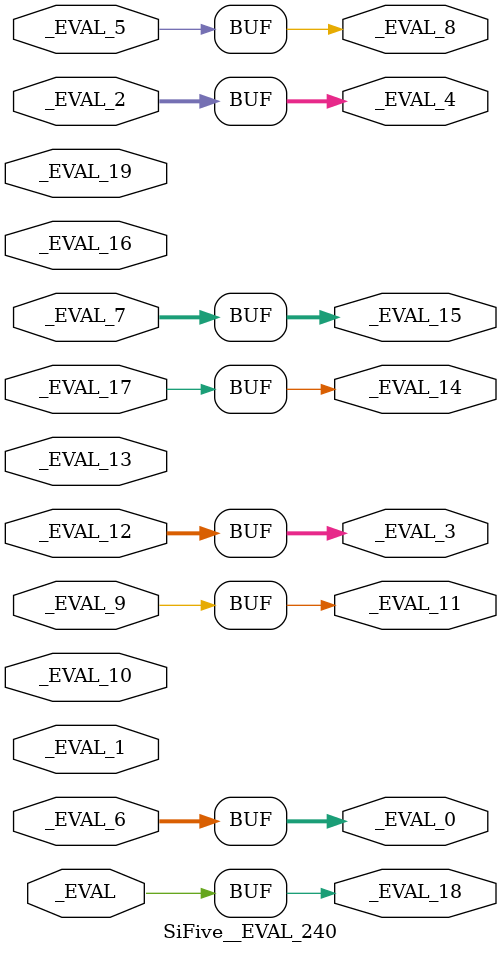
<source format=v>
module SiFive__EVAL_240(
  input         _EVAL,
  output [3:0]  _EVAL_0,
  input         _EVAL_1,
  input  [63:0] _EVAL_2,
  output [31:0] _EVAL_3,
  output [63:0] _EVAL_4,
  input         _EVAL_5,
  input  [3:0]  _EVAL_6,
  input  [2:0]  _EVAL_7,
  output        _EVAL_8,
  input         _EVAL_9,
  input         _EVAL_10,
  output        _EVAL_11,
  input  [31:0] _EVAL_12,
  input  [1:0]  _EVAL_13,
  output        _EVAL_14,
  output [2:0]  _EVAL_15,
  input         _EVAL_16,
  input         _EVAL_17,
  output        _EVAL_18,
  input         _EVAL_19
);
  assign _EVAL_0 = _EVAL_6;
  assign _EVAL_14 = _EVAL_17;
  assign _EVAL_15 = _EVAL_7;
  assign _EVAL_18 = _EVAL;
  assign _EVAL_3 = _EVAL_12;
  assign _EVAL_8 = _EVAL_5;
  assign _EVAL_4 = _EVAL_2;
  assign _EVAL_11 = _EVAL_9;
endmodule

</source>
